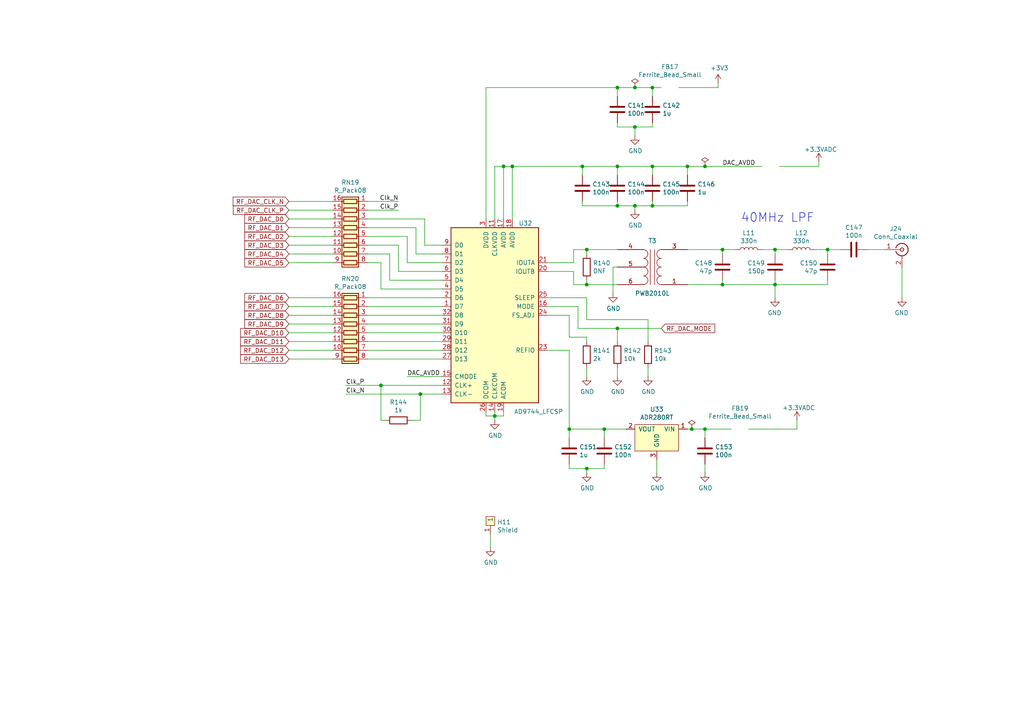
<source format=kicad_sch>
(kicad_sch (version 20210126) (generator eeschema)
  (paper "A4")
  (lib_symbols
    (symbol "Connector:Conn_Coaxial" (pin_names (offset 1.016) hide)
      (property "Reference" "J" (at 0.254 3.048 0))
      (property "Value" "Conn_Coaxial" (at 2.921 0 90))
      (symbol "Conn_Coaxial_0_1"
        (arc (start -1.778 0.508) (end 1.778 0) (radius (at -0.0508 0) (length 1.8034) (angles 163.6 0)) (stroke (width 0.254)))
        (arc (start 1.778 0) (end -1.778 -0.508) (radius (at -0.0254 0) (length 1.8034) (angles 0 -163.8)) (stroke (width 0.254)))
        (circle (center 0 0) (radius 0.508) (stroke (width 0.2032)))
        (polyline (pts (xy -2.54 0) (xy -0.508 0)))
        (polyline (pts (xy 0 -2.54) (xy 0 -1.778)))
      )
      (symbol "Conn_Coaxial_1_1"
        (pin passive line (at -5.08 0 0) (length 2.54) (name "In") (number "1"))
        (pin passive line (at 0 -5.08 90) (length 2.54) (name "Ext") (number "2"))
      )
    )
    (symbol "Device:C" (pin_numbers hide) (pin_names (offset 0.254))
      (property "Reference" "C" (at 0.635 2.54 0))
      (property "Value" "C" (at 0.635 -2.54 0))
      (symbol "C_0_1"
        (polyline (pts (xy -2.032 -0.762) (xy 2.032 -0.762)) (stroke (width 0.508)))
        (polyline (pts (xy -2.032 0.762) (xy 2.032 0.762)) (stroke (width 0.508)))
      )
      (symbol "C_1_1"
        (pin passive line (at 0 3.81 270) (length 2.794) (name "~") (number "1"))
        (pin passive line (at 0 -3.81 90) (length 2.794) (name "~") (number "2"))
      )
    )
    (symbol "Device:L" (pin_numbers hide) (pin_names (offset 1.016) hide)
      (property "Reference" "L" (at -1.27 0 90))
      (property "Value" "L" (at 1.905 0 90))
      (symbol "L_0_1"
        (arc (start 0 -2.54) (end 0 -1.27) (radius (at 0 -1.905) (length 0.635) (angles -89.9 89.9)))
        (arc (start 0 -1.27) (end 0 0) (radius (at 0 -0.635) (length 0.635) (angles -89.9 89.9)))
        (arc (start 0 0) (end 0 1.27) (radius (at 0 0.635) (length 0.635) (angles -89.9 89.9)))
        (arc (start 0 1.27) (end 0 2.54) (radius (at 0 1.905) (length 0.635) (angles -89.9 89.9)))
      )
      (symbol "L_1_1"
        (pin passive line (at 0 3.81 270) (length 1.27) (name "1") (number "1"))
        (pin passive line (at 0 -3.81 90) (length 1.27) (name "2") (number "2"))
      )
    )
    (symbol "Device:R" (pin_numbers hide) (pin_names (offset 0))
      (property "Reference" "R" (at 2.032 0 90))
      (property "Value" "R" (at 0 0 90))
      (symbol "R_0_1"
        (rectangle (start -1.016 -2.54) (end 1.016 2.54) (stroke (width 0.254)))
      )
      (symbol "R_1_1"
        (pin passive line (at 0 3.81 270) (length 1.27) (name "~") (number "1"))
        (pin passive line (at 0 -3.81 90) (length 1.27) (name "~") (number "2"))
      )
    )
    (symbol "Device:R_Pack08" (pin_names (offset 0) hide)
      (property "Reference" "RN" (at -12.7 0 90))
      (property "Value" "R_Pack08" (at 10.16 0 90))
      (symbol "R_Pack08_0_1"
        (rectangle (start -10.795 1.905) (end -9.525 -1.905) (stroke (width 0.254)))
        (rectangle (start -8.255 1.905) (end -6.985 -1.905) (stroke (width 0.254)))
        (rectangle (start -5.715 1.905) (end -4.445 -1.905) (stroke (width 0.254)))
        (rectangle (start -3.175 1.905) (end -1.905 -1.905) (stroke (width 0.254)))
        (rectangle (start -0.635 1.905) (end 0.635 -1.905) (stroke (width 0.254)))
        (rectangle (start 1.905 1.905) (end 3.175 -1.905) (stroke (width 0.254)))
        (rectangle (start 4.445 1.905) (end 5.715 -1.905) (stroke (width 0.254)))
        (rectangle (start 6.985 1.905) (end 8.255 -1.905) (stroke (width 0.254)))
        (rectangle (start -11.43 -2.413) (end 8.89 2.413) (stroke (width 0.254)) (fill (type background)))
        (polyline (pts (xy -10.16 -2.54) (xy -10.16 -1.905)))
        (polyline (pts (xy -10.16 1.905) (xy -10.16 2.54)))
        (polyline (pts (xy -7.62 -2.54) (xy -7.62 -1.905)))
        (polyline (pts (xy -7.62 1.905) (xy -7.62 2.54)))
        (polyline (pts (xy -5.08 -2.54) (xy -5.08 -1.905)))
        (polyline (pts (xy -5.08 1.905) (xy -5.08 2.54)))
        (polyline (pts (xy -2.54 -2.54) (xy -2.54 -1.905)))
        (polyline (pts (xy -2.54 1.905) (xy -2.54 2.54)))
        (polyline (pts (xy 0 -2.54) (xy 0 -1.905)))
        (polyline (pts (xy 0 1.905) (xy 0 2.54)))
        (polyline (pts (xy 2.54 -2.54) (xy 2.54 -1.905)))
        (polyline (pts (xy 2.54 1.905) (xy 2.54 2.54)))
        (polyline (pts (xy 5.08 -2.54) (xy 5.08 -1.905)))
        (polyline (pts (xy 5.08 1.905) (xy 5.08 2.54)))
        (polyline (pts (xy 7.62 -2.54) (xy 7.62 -1.905)))
        (polyline (pts (xy 7.62 1.905) (xy 7.62 2.54)))
      )
      (symbol "R_Pack08_1_1"
        (pin passive line (at -10.16 -5.08 90) (length 2.54) (name "R1.1") (number "1"))
        (pin passive line (at 5.08 5.08 270) (length 2.54) (name "R7.2") (number "10"))
        (pin passive line (at 2.54 5.08 270) (length 2.54) (name "R6.2") (number "11"))
        (pin passive line (at 0 5.08 270) (length 2.54) (name "R5.2") (number "12"))
        (pin passive line (at -2.54 5.08 270) (length 2.54) (name "R4.2") (number "13"))
        (pin passive line (at -5.08 5.08 270) (length 2.54) (name "R3.2") (number "14"))
        (pin passive line (at -7.62 5.08 270) (length 2.54) (name "R2.2") (number "15"))
        (pin passive line (at -10.16 5.08 270) (length 2.54) (name "R1.2") (number "16"))
        (pin passive line (at -7.62 -5.08 90) (length 2.54) (name "R2.1") (number "2"))
        (pin passive line (at -5.08 -5.08 90) (length 2.54) (name "R3.1") (number "3"))
        (pin passive line (at -2.54 -5.08 90) (length 2.54) (name "R4.1") (number "4"))
        (pin passive line (at 0 -5.08 90) (length 2.54) (name "R5.1") (number "5"))
        (pin passive line (at 2.54 -5.08 90) (length 2.54) (name "R6.1") (number "6"))
        (pin passive line (at 5.08 -5.08 90) (length 2.54) (name "R7.1") (number "7"))
        (pin passive line (at 7.62 -5.08 90) (length 2.54) (name "R8.1") (number "8"))
        (pin passive line (at 7.62 5.08 270) (length 2.54) (name "R8.2") (number "9"))
      )
    )
    (symbol "IC_WUT:AD9744_LFCSP" (pin_names (offset 1.016))
      (property "Reference" "U" (at 6.35 26.67 0))
      (property "Value" "AD9744_LFCSP" (at 7.62 -26.67 0))
      (symbol "AD9744_LFCSP_1_1"
        (rectangle (start 11.43 25.4) (end -13.97 -25.4) (stroke (width 0.254)) (fill (type background)))
        (pin input line (at -16.51 2.54 0) (length 2.54) (name "D7") (number "1"))
        (pin power_in line (at -3.81 -27.94 90) (length 2.54) hide (name "DCOM") (number "10"))
        (pin power_in line (at -1.27 27.94 270) (length 2.54) (name "CLKVDD") (number "11"))
        (pin input line (at -16.51 -20.32 0) (length 2.54) (name "CLK+") (number "12"))
        (pin input line (at -16.51 -22.86 0) (length 2.54) (name "CLK-") (number "13"))
        (pin power_in line (at -1.27 -27.94 90) (length 2.54) (name "CLKCOM") (number "14"))
        (pin input line (at -16.51 -17.78 0) (length 2.54) (name "CMODE") (number "15"))
        (pin input line (at 13.97 2.54 180) (length 2.54) (name "MODE") (number "16"))
        (pin power_in line (at 1.27 27.94 270) (length 2.54) (name "AVDD") (number "17"))
        (pin power_in line (at 3.81 27.94 270) (length 2.54) (name "AVDD") (number "18"))
        (pin power_in line (at 1.27 -27.94 90) (length 2.54) (name "ACOM") (number "19"))
        (pin input line (at -16.51 5.08 0) (length 2.54) (name "D6") (number "2"))
        (pin output line (at 13.97 12.7 180) (length 2.54) (name "IOUTB") (number "20"))
        (pin output line (at 13.97 15.24 180) (length 2.54) (name "IOUTA") (number "21"))
        (pin power_in line (at 1.27 -27.94 90) (length 2.54) hide (name "ACOM") (number "22"))
        (pin input line (at 13.97 -10.16 180) (length 2.54) (name "REFIO") (number "23"))
        (pin input line (at 13.97 0 180) (length 2.54) (name "FS_ADJ") (number "24"))
        (pin input line (at 13.97 5.08 180) (length 2.54) (name "SLEEP") (number "25"))
        (pin power_in line (at -3.81 -27.94 90) (length 2.54) (name "DCOM") (number "26"))
        (pin input line (at -16.51 -12.7 0) (length 2.54) (name "D13") (number "27"))
        (pin input line (at -16.51 -10.16 0) (length 2.54) (name "D12") (number "28"))
        (pin input line (at -16.51 -7.62 0) (length 2.54) (name "D11") (number "29"))
        (pin power_in line (at -3.81 27.94 270) (length 2.54) (name "DVDD") (number "3"))
        (pin input line (at -16.51 -5.08 0) (length 2.54) (name "D10") (number "30"))
        (pin input line (at -16.51 -2.54 0) (length 2.54) (name "D9") (number "31"))
        (pin input line (at -16.51 0 0) (length 2.54) (name "D8") (number "32"))
        (pin power_in line (at 1.27 -27.94 90) (length 2.54) hide (name "ACOM") (number "33"))
        (pin input line (at -16.51 7.62 0) (length 2.54) (name "D5") (number "4"))
        (pin input line (at -16.51 10.16 0) (length 2.54) (name "D4") (number "5"))
        (pin input line (at -16.51 12.7 0) (length 2.54) (name "D3") (number "6"))
        (pin input line (at -16.51 15.24 0) (length 2.54) (name "D2") (number "7"))
        (pin input line (at -16.51 17.78 0) (length 2.54) (name "D1") (number "8"))
        (pin input line (at -16.51 20.32 0) (length 2.54) (name "D0") (number "9"))
      )
    )
    (symbol "IC_WUT:ADR280RT" (pin_names (offset 1.016))
      (property "Reference" "U" (at 0 3.81 0))
      (property "Value" "ADR280RT" (at 7.62 -7.62 0))
      (symbol "ADR280RT_0_1"
        (rectangle (start -6.35 1.27) (end 6.35 -6.35) (fill (type background)))
      )
      (symbol "ADR280RT_1_1"
        (pin power_in line (at -8.89 0 0) (length 2.54) (name "VIN") (number "1"))
        (pin power_out line (at 8.89 0 180) (length 2.54) (name "VOUT") (number "2"))
        (pin power_in line (at 0 -8.89 90) (length 2.54) (name "GND") (number "3"))
      )
    )
    (symbol "Shield_WUT:Shield" (pin_names (offset 1.016))
      (property "Reference" "H" (at 0 -2.54 0))
      (property "Value" "Shield" (at 0 2.54 0))
      (symbol "Shield_0_1"
        (rectangle (start 0 -1.27) (end 2.54 1.27) (fill (type background)))
      )
      (symbol "Shield_1_1"
        (pin passive line (at -2.54 0 0) (length 2.54) (name "1") (number "1"))
      )
    )
    (symbol "Transformer_WUT:Coilcraft_PWB_Type-B" (pin_names (offset 1.016))
      (property "Reference" "T" (at 0 7.62 0))
      (property "Value" "Coilcraft_PWB_Type-B" (at 0 -7.62 0))
      (symbol "Coilcraft_PWB_Type-B_1_1"
        (arc (start -2.54 -2.54) (end -1.27 -3.81) (radius (at -2.54 -3.81) (length 1.27) (angles 89.9 0.1)))
        (arc (start -1.27 -3.81) (end -2.54 -5.0546) (radius (at -2.54 -3.81) (length 1.27) (angles -0.1 -89.9)))
        (arc (start -2.54 0) (end -1.27 -1.27) (radius (at -2.54 -1.27) (length 1.27) (angles 89.9 0.1)))
        (arc (start -1.27 -1.27) (end -2.54 -2.5146) (radius (at -2.54 -1.27) (length 1.27) (angles -0.1 -89.9)))
        (arc (start -2.54 2.54) (end -1.27 1.27) (radius (at -2.54 1.27) (length 1.27) (angles 89.9 0.1)))
        (arc (start -1.27 1.27) (end -2.54 0.0254) (radius (at -2.54 1.27) (length 1.27) (angles -0.1 -89.9)))
        (arc (start -2.54 5.08) (end -1.27 3.81) (radius (at -2.54 3.81) (length 1.27) (angles 89.9 0.1)))
        (arc (start -1.27 3.81) (end -2.54 2.5654) (radius (at -2.54 3.81) (length 1.27) (angles -0.1 -89.9)))
        (arc (start 2.54 0) (end 1.2954 -1.27) (radius (at 2.54 -1.27) (length 1.27) (angles 89.9 -179.9)))
        (arc (start 1.2954 -1.27) (end 2.54 -2.5146) (radius (at 2.54 -1.27) (length 1.27) (angles 179.9 -89.9)))
        (arc (start 2.54 2.54) (end 1.2954 1.27) (radius (at 2.54 1.27) (length 1.27) (angles 89.9 -179.9)))
        (arc (start 1.2954 1.27) (end 2.54 0.0254) (radius (at 2.54 1.27) (length 1.27) (angles 179.9 -89.9)))
        (arc (start 2.54 5.08) (end 1.2954 3.81) (radius (at 2.54 3.81) (length 1.27) (angles 89.9 -179.9)))
        (arc (start 1.2954 3.81) (end 2.54 2.5654) (radius (at 2.54 3.81) (length 1.27) (angles 179.9 -89.9)))
        (arc (start 2.5654 -2.54) (end 1.3208 -3.81) (radius (at 2.5654 -3.81) (length 1.27) (angles 91 -179.9)))
        (arc (start 2.5654 -5.0546) (end 1.3208 -3.81) (radius (at 2.5654 -3.81) (length 1.27) (angles -91.2 -179.9)))
        (polyline (pts (xy -0.635 5.08) (xy -0.635 -5.08)))
        (polyline (pts (xy 0.635 -5.08) (xy 0.635 5.08)))
        (pin passive line (at -10.16 5.08 0) (length 7.62) (name "~") (number "1"))
        (pin passive line (at -10.16 -5.08 0) (length 7.62) (name "~") (number "3"))
        (pin passive line (at 10.16 -5.08 180) (length 7.62) (name "~") (number "4"))
        (pin passive line (at 10.16 0 180) (length 7.62) (name "~") (number "5"))
        (pin passive line (at 10.16 5.08 180) (length 7.62) (name "~") (number "6"))
      )
    )
    (symbol "power:+3.3V" (power) (pin_names (offset 0))
      (property "Value" "+3.3V" (at 0 3.556 0))
      (symbol "+3.3V_0_1"
        (polyline (pts (xy -0.762 1.27) (xy 0 2.54)))
        (polyline (pts (xy 0 0) (xy 0 2.54)))
        (polyline (pts (xy 0 2.54) (xy 0.762 1.27)))
      )
      (symbol "+3.3V_1_1"
        (pin power_in line (at 0 0 90) (length 0) hide (name "+3V3") (number "1"))
      )
    )
    (symbol "power:+3.3VADC" (power) (pin_names (offset 0))
      (property "Value" "+3.3VADC" (at 0 2.54 0))
      (symbol "+3.3VADC_0_0"
        (pin power_in line (at 0 0 90) (length 0) hide (name "+3.3VADC") (number "1"))
      )
      (symbol "+3.3VADC_0_1"
        (polyline (pts (xy -0.762 1.27) (xy 0 2.54)))
        (polyline (pts (xy 0 0) (xy 0 2.54)))
        (polyline (pts (xy 0 2.54) (xy 0.762 1.27)))
      )
    )
    (symbol "power:GND" (power) (pin_names (offset 0))
      (property "Value" "GND" (at 0 -3.81 0))
      (symbol "GND_0_1"
        (polyline (pts (xy 0 0) (xy 0 -1.27) (xy 1.27 -1.27) (xy 0 -2.54) (xy -1.27 -1.27) (xy 0 -1.27)))
      )
      (symbol "GND_1_1"
        (pin power_in line (at 0 0 270) (length 0) hide (name "GND") (number "1"))
      )
    )
    (symbol "power:PWR_FLAG" (power) (pin_numbers hide) (pin_names (offset 0) hide)
      (property "Value" "PWR_FLAG" (at 0 3.81 0))
      (symbol "PWR_FLAG_0_0"
        (pin power_out line (at 0 0 90) (length 0) (name "pwr") (number "1"))
      )
      (symbol "PWR_FLAG_0_1"
        (polyline (pts (xy 0 0) (xy 0 1.27) (xy -1.016 1.905) (xy 0 2.54) (xy 1.016 1.905) (xy 0 1.27)))
      )
    )
  )
  (junction (at 110.49 111.76) (diameter 0.9144))
  (junction (at 121.92 114.3) (diameter 0.9144))
  (junction (at 143.51 120.65) (diameter 0.9144))
  (junction (at 146.05 48.26) (diameter 0.9144))
  (junction (at 148.59 48.26) (diameter 0.9144))
  (junction (at 165.1 124.46) (diameter 0.9144))
  (junction (at 168.91 48.26) (diameter 0.9144))
  (junction (at 170.18 72.39) (diameter 0.9144))
  (junction (at 170.18 82.55) (diameter 0.9144))
  (junction (at 170.18 135.89) (diameter 0.9144))
  (junction (at 175.26 124.46) (diameter 0.9144))
  (junction (at 179.07 25.4) (diameter 0.9144))
  (junction (at 179.07 48.26) (diameter 0.9144))
  (junction (at 179.07 59.69) (diameter 0.9144))
  (junction (at 179.07 95.25) (diameter 0.9144))
  (junction (at 184.15 25.4) (diameter 0.9144))
  (junction (at 184.15 36.83) (diameter 0.9144))
  (junction (at 184.15 59.69) (diameter 0.9144))
  (junction (at 189.23 25.4) (diameter 0.9144))
  (junction (at 189.23 48.26) (diameter 0.9144))
  (junction (at 189.23 59.69) (diameter 0.9144))
  (junction (at 199.39 48.26) (diameter 0.9144))
  (junction (at 200.66 124.46) (diameter 0.9144))
  (junction (at 204.47 48.26) (diameter 0.9144))
  (junction (at 204.47 124.46) (diameter 0.9144))
  (junction (at 209.55 72.39) (diameter 0.9144))
  (junction (at 209.55 82.55) (diameter 0.9144))
  (junction (at 224.79 72.39) (diameter 0.9144))
  (junction (at 224.79 82.55) (diameter 0.9144))
  (junction (at 240.03 72.39) (diameter 0.9144))
  (wire (pts (xy 96.52 58.42) (xy 83.82 58.42)))
  (wire (pts (xy 96.52 60.96) (xy 83.82 60.96)))
  (wire (pts (xy 96.52 63.5) (xy 83.82 63.5)))
  (wire (pts (xy 96.52 66.04) (xy 83.82 66.04)))
  (wire (pts (xy 96.52 68.58) (xy 83.82 68.58)))
  (wire (pts (xy 96.52 71.12) (xy 83.82 71.12)))
  (wire (pts (xy 96.52 73.66) (xy 83.82 73.66)))
  (wire (pts (xy 96.52 76.2) (xy 83.82 76.2)))
  (wire (pts (xy 96.52 86.36) (xy 83.82 86.36)))
  (wire (pts (xy 96.52 88.9) (xy 83.82 88.9)))
  (wire (pts (xy 96.52 91.44) (xy 83.82 91.44)))
  (wire (pts (xy 96.52 93.98) (xy 83.82 93.98)))
  (wire (pts (xy 96.52 96.52) (xy 83.82 96.52)))
  (wire (pts (xy 96.52 99.06) (xy 83.82 99.06)))
  (wire (pts (xy 96.52 101.6) (xy 83.82 101.6)))
  (wire (pts (xy 96.52 104.14) (xy 83.82 104.14)))
  (wire (pts (xy 106.68 58.42) (xy 115.57 58.42)))
  (wire (pts (xy 106.68 60.96) (xy 115.57 60.96)))
  (wire (pts (xy 106.68 88.9) (xy 128.27 88.9)))
  (wire (pts (xy 106.68 91.44) (xy 128.27 91.44)))
  (wire (pts (xy 106.68 93.98) (xy 128.27 93.98)))
  (wire (pts (xy 106.68 96.52) (xy 128.27 96.52)))
  (wire (pts (xy 106.68 99.06) (xy 128.27 99.06)))
  (wire (pts (xy 106.68 101.6) (xy 128.27 101.6)))
  (wire (pts (xy 106.68 104.14) (xy 128.27 104.14)))
  (wire (pts (xy 110.49 76.2) (xy 106.68 76.2)))
  (wire (pts (xy 110.49 83.82) (xy 110.49 76.2)))
  (wire (pts (xy 110.49 111.76) (xy 100.33 111.76)))
  (wire (pts (xy 110.49 121.92) (xy 110.49 111.76)))
  (wire (pts (xy 111.76 121.92) (xy 110.49 121.92)))
  (wire (pts (xy 113.03 73.66) (xy 106.68 73.66)))
  (wire (pts (xy 113.03 81.28) (xy 113.03 73.66)))
  (wire (pts (xy 115.57 71.12) (xy 106.68 71.12)))
  (wire (pts (xy 115.57 78.74) (xy 115.57 71.12)))
  (wire (pts (xy 118.11 68.58) (xy 106.68 68.58)))
  (wire (pts (xy 118.11 76.2) (xy 118.11 68.58)))
  (wire (pts (xy 119.38 121.92) (xy 121.92 121.92)))
  (wire (pts (xy 120.65 66.04) (xy 106.68 66.04)))
  (wire (pts (xy 120.65 73.66) (xy 120.65 66.04)))
  (wire (pts (xy 121.92 114.3) (xy 100.33 114.3)))
  (wire (pts (xy 121.92 121.92) (xy 121.92 114.3)))
  (wire (pts (xy 123.19 63.5) (xy 106.68 63.5)))
  (wire (pts (xy 123.19 71.12) (xy 123.19 63.5)))
  (wire (pts (xy 128.27 71.12) (xy 123.19 71.12)))
  (wire (pts (xy 128.27 73.66) (xy 120.65 73.66)))
  (wire (pts (xy 128.27 76.2) (xy 118.11 76.2)))
  (wire (pts (xy 128.27 78.74) (xy 115.57 78.74)))
  (wire (pts (xy 128.27 81.28) (xy 113.03 81.28)))
  (wire (pts (xy 128.27 83.82) (xy 110.49 83.82)))
  (wire (pts (xy 128.27 86.36) (xy 106.68 86.36)))
  (wire (pts (xy 128.27 109.22) (xy 118.11 109.22)))
  (wire (pts (xy 128.27 111.76) (xy 110.49 111.76)))
  (wire (pts (xy 128.27 114.3) (xy 121.92 114.3)))
  (wire (pts (xy 140.97 25.4) (xy 140.97 63.5)))
  (wire (pts (xy 140.97 25.4) (xy 179.07 25.4)))
  (wire (pts (xy 140.97 119.38) (xy 140.97 120.65)))
  (wire (pts (xy 140.97 120.65) (xy 143.51 120.65)))
  (wire (pts (xy 142.24 158.75) (xy 142.24 154.94)))
  (wire (pts (xy 143.51 48.26) (xy 143.51 63.5)))
  (wire (pts (xy 143.51 119.38) (xy 143.51 120.65)))
  (wire (pts (xy 143.51 120.65) (xy 146.05 120.65)))
  (wire (pts (xy 143.51 121.92) (xy 143.51 120.65)))
  (wire (pts (xy 146.05 48.26) (xy 143.51 48.26)))
  (wire (pts (xy 146.05 63.5) (xy 146.05 48.26)))
  (wire (pts (xy 146.05 120.65) (xy 146.05 119.38)))
  (wire (pts (xy 148.59 48.26) (xy 146.05 48.26)))
  (wire (pts (xy 148.59 63.5) (xy 148.59 48.26)))
  (wire (pts (xy 158.75 86.36) (xy 170.18 86.36)))
  (wire (pts (xy 158.75 88.9) (xy 167.64 88.9)))
  (wire (pts (xy 158.75 101.6) (xy 165.1 101.6)))
  (wire (pts (xy 165.1 91.44) (xy 158.75 91.44)))
  (wire (pts (xy 165.1 97.79) (xy 165.1 91.44)))
  (wire (pts (xy 165.1 101.6) (xy 165.1 124.46)))
  (wire (pts (xy 165.1 124.46) (xy 175.26 124.46)))
  (wire (pts (xy 165.1 127) (xy 165.1 124.46)))
  (wire (pts (xy 165.1 134.62) (xy 165.1 135.89)))
  (wire (pts (xy 165.1 135.89) (xy 170.18 135.89)))
  (wire (pts (xy 166.37 72.39) (xy 166.37 76.2)))
  (wire (pts (xy 166.37 76.2) (xy 158.75 76.2)))
  (wire (pts (xy 166.37 78.74) (xy 158.75 78.74)))
  (wire (pts (xy 166.37 82.55) (xy 166.37 78.74)))
  (wire (pts (xy 167.64 88.9) (xy 167.64 95.25)))
  (wire (pts (xy 167.64 95.25) (xy 179.07 95.25)))
  (wire (pts (xy 168.91 48.26) (xy 148.59 48.26)))
  (wire (pts (xy 168.91 48.26) (xy 168.91 50.8)))
  (wire (pts (xy 168.91 58.42) (xy 168.91 59.69)))
  (wire (pts (xy 168.91 59.69) (xy 179.07 59.69)))
  (wire (pts (xy 170.18 72.39) (xy 166.37 72.39)))
  (wire (pts (xy 170.18 73.66) (xy 170.18 72.39)))
  (wire (pts (xy 170.18 81.28) (xy 170.18 82.55)))
  (wire (pts (xy 170.18 82.55) (xy 166.37 82.55)))
  (wire (pts (xy 170.18 86.36) (xy 170.18 92.71)))
  (wire (pts (xy 170.18 92.71) (xy 187.96 92.71)))
  (wire (pts (xy 170.18 97.79) (xy 165.1 97.79)))
  (wire (pts (xy 170.18 99.06) (xy 170.18 97.79)))
  (wire (pts (xy 170.18 109.22) (xy 170.18 106.68)))
  (wire (pts (xy 170.18 135.89) (xy 175.26 135.89)))
  (wire (pts (xy 170.18 137.16) (xy 170.18 135.89)))
  (wire (pts (xy 175.26 124.46) (xy 181.61 124.46)))
  (wire (pts (xy 175.26 127) (xy 175.26 124.46)))
  (wire (pts (xy 175.26 135.89) (xy 175.26 134.62)))
  (wire (pts (xy 177.8 77.47) (xy 177.8 85.09)))
  (wire (pts (xy 179.07 25.4) (xy 184.15 25.4)))
  (wire (pts (xy 179.07 27.94) (xy 179.07 25.4)))
  (wire (pts (xy 179.07 35.56) (xy 179.07 36.83)))
  (wire (pts (xy 179.07 36.83) (xy 184.15 36.83)))
  (wire (pts (xy 179.07 48.26) (xy 168.91 48.26)))
  (wire (pts (xy 179.07 50.8) (xy 179.07 48.26)))
  (wire (pts (xy 179.07 58.42) (xy 179.07 59.69)))
  (wire (pts (xy 179.07 59.69) (xy 184.15 59.69)))
  (wire (pts (xy 179.07 72.39) (xy 170.18 72.39)))
  (wire (pts (xy 179.07 77.47) (xy 177.8 77.47)))
  (wire (pts (xy 179.07 82.55) (xy 170.18 82.55)))
  (wire (pts (xy 179.07 95.25) (xy 179.07 99.06)))
  (wire (pts (xy 179.07 95.25) (xy 191.77 95.25)))
  (wire (pts (xy 179.07 109.22) (xy 179.07 106.68)))
  (wire (pts (xy 184.15 25.4) (xy 189.23 25.4)))
  (wire (pts (xy 184.15 36.83) (xy 189.23 36.83)))
  (wire (pts (xy 184.15 39.37) (xy 184.15 36.83)))
  (wire (pts (xy 184.15 59.69) (xy 189.23 59.69)))
  (wire (pts (xy 184.15 60.96) (xy 184.15 59.69)))
  (wire (pts (xy 187.96 99.06) (xy 187.96 92.71)))
  (wire (pts (xy 187.96 109.22) (xy 187.96 106.68)))
  (wire (pts (xy 189.23 25.4) (xy 189.23 27.94)))
  (wire (pts (xy 189.23 25.4) (xy 191.77 25.4)))
  (wire (pts (xy 189.23 36.83) (xy 189.23 35.56)))
  (wire (pts (xy 189.23 48.26) (xy 179.07 48.26)))
  (wire (pts (xy 189.23 48.26) (xy 199.39 48.26)))
  (wire (pts (xy 189.23 50.8) (xy 189.23 48.26)))
  (wire (pts (xy 189.23 58.42) (xy 189.23 59.69)))
  (wire (pts (xy 190.5 137.16) (xy 190.5 133.35)))
  (wire (pts (xy 196.85 25.4) (xy 208.28 25.4)))
  (wire (pts (xy 199.39 50.8) (xy 199.39 48.26)))
  (wire (pts (xy 199.39 58.42) (xy 199.39 59.69)))
  (wire (pts (xy 199.39 59.69) (xy 189.23 59.69)))
  (wire (pts (xy 199.39 72.39) (xy 209.55 72.39)))
  (wire (pts (xy 199.39 82.55) (xy 209.55 82.55)))
  (wire (pts (xy 199.39 124.46) (xy 200.66 124.46)))
  (wire (pts (xy 200.66 124.46) (xy 204.47 124.46)))
  (wire (pts (xy 204.47 48.26) (xy 199.39 48.26)))
  (wire (pts (xy 204.47 48.26) (xy 220.98 48.26)))
  (wire (pts (xy 204.47 124.46) (xy 204.47 127)))
  (wire (pts (xy 204.47 124.46) (xy 212.09 124.46)))
  (wire (pts (xy 204.47 137.16) (xy 204.47 134.62)))
  (wire (pts (xy 208.28 25.4) (xy 208.28 24.13)))
  (wire (pts (xy 209.55 72.39) (xy 213.36 72.39)))
  (wire (pts (xy 209.55 73.66) (xy 209.55 72.39)))
  (wire (pts (xy 209.55 82.55) (xy 209.55 81.28)))
  (wire (pts (xy 217.17 124.46) (xy 231.14 124.46)))
  (wire (pts (xy 224.79 72.39) (xy 220.98 72.39)))
  (wire (pts (xy 224.79 73.66) (xy 224.79 72.39)))
  (wire (pts (xy 224.79 81.28) (xy 224.79 82.55)))
  (wire (pts (xy 224.79 82.55) (xy 209.55 82.55)))
  (wire (pts (xy 224.79 82.55) (xy 224.79 86.36)))
  (wire (pts (xy 224.79 82.55) (xy 240.03 82.55)))
  (wire (pts (xy 226.06 48.26) (xy 237.49 48.26)))
  (wire (pts (xy 228.6 72.39) (xy 224.79 72.39)))
  (wire (pts (xy 231.14 124.46) (xy 231.14 121.92)))
  (wire (pts (xy 237.49 48.26) (xy 237.49 46.99)))
  (wire (pts (xy 240.03 72.39) (xy 236.22 72.39)))
  (wire (pts (xy 240.03 73.66) (xy 240.03 72.39)))
  (wire (pts (xy 240.03 82.55) (xy 240.03 81.28)))
  (wire (pts (xy 243.84 72.39) (xy 240.03 72.39)))
  (wire (pts (xy 256.54 72.39) (xy 251.46 72.39)))
  (wire (pts (xy 261.62 77.47) (xy 261.62 86.36)))
  (text "40MHz LPF" (at 236.22 64.77 180) (effects (font (size 2.54 2.54)) (justify right bottom)))
  (label "Clk_P" (at 100.33 111.76 0))
  (label "Clk_N" (at 100.33 114.3 0))
  (label "Clk_N" (at 115.57 58.42 180))
  (label "Clk_P" (at 115.57 60.96 180))
  (label "DAC_AVDD" (at 118.11 109.22 0))
  (label "DAC_AVDD" (at 209.55 48.26 0))
  (global_label "RF_DAC_CLK_N" (shape input) (at 83.82 58.42 180) (property "Intersheet References" "${INTERSHEET_REFS}" (effects hide)))
  (global_label "RF_DAC_CLK_P" (shape input) (at 83.82 60.96 180) (property "Intersheet References" "${INTERSHEET_REFS}" (effects hide)))
  (global_label "RF_DAC_D0" (shape input) (at 83.82 63.5 180) (property "Intersheet References" "${INTERSHEET_REFS}" (effects hide)))
  (global_label "RF_DAC_D1" (shape input) (at 83.82 66.04 180) (property "Intersheet References" "${INTERSHEET_REFS}" (effects hide)))
  (global_label "RF_DAC_D2" (shape input) (at 83.82 68.58 180) (property "Intersheet References" "${INTERSHEET_REFS}" (effects hide)))
  (global_label "RF_DAC_D3" (shape input) (at 83.82 71.12 180) (property "Intersheet References" "${INTERSHEET_REFS}" (effects hide)))
  (global_label "RF_DAC_D4" (shape input) (at 83.82 73.66 180) (property "Intersheet References" "${INTERSHEET_REFS}" (effects hide)))
  (global_label "RF_DAC_D5" (shape input) (at 83.82 76.2 180) (property "Intersheet References" "${INTERSHEET_REFS}" (effects hide)))
  (global_label "RF_DAC_D6" (shape input) (at 83.82 86.36 180) (property "Intersheet References" "${INTERSHEET_REFS}" (effects hide)))
  (global_label "RF_DAC_D7" (shape input) (at 83.82 88.9 180) (property "Intersheet References" "${INTERSHEET_REFS}" (effects hide)))
  (global_label "RF_DAC_D8" (shape input) (at 83.82 91.44 180) (property "Intersheet References" "${INTERSHEET_REFS}" (effects hide)))
  (global_label "RF_DAC_D9" (shape input) (at 83.82 93.98 180) (property "Intersheet References" "${INTERSHEET_REFS}" (effects hide)))
  (global_label "RF_DAC_D10" (shape input) (at 83.82 96.52 180) (property "Intersheet References" "${INTERSHEET_REFS}" (effects hide)))
  (global_label "RF_DAC_D11" (shape input) (at 83.82 99.06 180) (property "Intersheet References" "${INTERSHEET_REFS}" (effects hide)))
  (global_label "RF_DAC_D12" (shape input) (at 83.82 101.6 180) (property "Intersheet References" "${INTERSHEET_REFS}" (effects hide)))
  (global_label "RF_DAC_D13" (shape input) (at 83.82 104.14 180) (property "Intersheet References" "${INTERSHEET_REFS}" (effects hide)))
  (global_label "RF_DAC_MODE" (shape input) (at 191.77 95.25 0) (property "Intersheet References" "${INTERSHEET_REFS}" (effects hide)))
  (symbol (lib_id "power:+3.3V") (at 208.28 24.13 0)
    (property "Reference" "#PWR0262" (effects hide))
    (property "Value" "+3.3V" (at 208.661 19.7358 0))
  )
  (symbol (lib_id "power:+3.3VADC") (at 231.14 121.92 0) (unit 1)
    (property "Reference" "#PWR0273" (effects hide))
    (property "Value" "+3.3VADC" (at 231.648 118.2878 0))
  )
  (symbol (lib_id "power:+3.3VADC") (at 237.49 46.99 0)
    (property "Reference" "#PWR0264" (effects hide))
    (property "Value" "+3.3VADC" (at 237.998 43.3578 0))
  )
  (symbol (lib_id "power:PWR_FLAG") (at 184.15 25.4 0)
    (property "Reference" "#FLG034" (effects hide))
    (property "Value" "PWR_FLAG" (effects hide))
  )
  (symbol (lib_id "power:PWR_FLAG") (at 200.66 124.46 0) (unit 1)
    (property "Reference" "#FLG036" (effects hide))
    (property "Value" "PWR_FLAG" (effects hide))
  )
  (symbol (lib_id "power:PWR_FLAG") (at 204.47 48.26 0)
    (property "Reference" "#FLG035" (effects hide))
    (property "Value" "PWR_FLAG" (effects hide))
  )
  (symbol (lib_id "power:GND") (at 142.24 158.75 0) (unit 1)
    (property "Reference" "#PWR0277" (effects hide))
    (property "Value" "GND" (at 142.367 163.1442 0))
  )
  (symbol (lib_id "power:GND") (at 143.51 121.92 0) (unit 1)
    (property "Reference" "#PWR0272" (effects hide))
    (property "Value" "GND" (at 143.637 126.3142 0))
  )
  (symbol (lib_id "power:GND") (at 170.18 109.22 0) (unit 1)
    (property "Reference" "#PWR0269" (effects hide))
    (property "Value" "GND" (at 170.307 113.6142 0))
  )
  (symbol (lib_id "power:GND") (at 170.18 137.16 0) (unit 1)
    (property "Reference" "#PWR0274" (effects hide))
    (property "Value" "GND" (at 170.307 141.5542 0))
  )
  (symbol (lib_id "power:GND") (at 177.8 85.09 0) (unit 1)
    (property "Reference" "#PWR0266" (effects hide))
    (property "Value" "GND" (at 177.927 89.4842 0))
  )
  (symbol (lib_id "power:GND") (at 179.07 109.22 0) (unit 1)
    (property "Reference" "#PWR0270" (effects hide))
    (property "Value" "GND" (at 179.197 113.6142 0))
  )
  (symbol (lib_id "power:GND") (at 184.15 39.37 0)
    (property "Reference" "#PWR0263" (effects hide))
    (property "Value" "GND" (at 184.277 43.7642 0))
  )
  (symbol (lib_id "power:GND") (at 184.15 60.96 0)
    (property "Reference" "#PWR0265" (effects hide))
    (property "Value" "GND" (at 184.277 65.3542 0))
  )
  (symbol (lib_id "power:GND") (at 187.96 109.22 0) (unit 1)
    (property "Reference" "#PWR0271" (effects hide))
    (property "Value" "GND" (at 188.087 113.6142 0))
  )
  (symbol (lib_id "power:GND") (at 190.5 137.16 0) (unit 1)
    (property "Reference" "#PWR0275" (effects hide))
    (property "Value" "GND" (at 190.627 141.5542 0))
  )
  (symbol (lib_id "power:GND") (at 204.47 137.16 0) (unit 1)
    (property "Reference" "#PWR0276" (effects hide))
    (property "Value" "GND" (at 204.597 141.5542 0))
  )
  (symbol (lib_id "power:GND") (at 224.79 86.36 0) (mirror y)
    (property "Reference" "#PWR0267" (effects hide))
    (property "Value" "GND" (at 224.663 90.7542 0))
  )
  (symbol (lib_id "power:GND") (at 261.62 86.36 0) (mirror y)
    (property "Reference" "#PWR0268" (effects hide))
    (property "Value" "GND" (at 261.493 90.7542 0))
  )
  (symbol (lib_id "Device:L") (at 217.17 72.39 270) (mirror x)
    (property "Reference" "L11" (at 217.17 67.564 90))
    (property "Value" "330n" (at 217.17 69.8754 90))
    (property "Footprint" "Inductor_SMD:L_0805_2012Metric" (effects hide))
  )
  (symbol (lib_id "Device:L") (at 232.41 72.39 270) (mirror x)
    (property "Reference" "L12" (at 232.41 67.564 90))
    (property "Value" "330n" (at 232.41 69.8754 90))
    (property "Footprint" "Inductor_SMD:L_0805_2012Metric" (effects hide))
  )
  (symbol (lib_id "Shield_WUT:Shield") (at 142.24 152.4 90) (unit 1)
    (property "Reference" "H11" (at 144.2212 151.4348 90) (effects (justify right)))
    (property "Value" "Shield" (at 144.2212 153.7462 90) (effects (justify right)))
    (property "Footprint" "Shield_WUT:Shield_Masach_MS511-10_51.1x25.7x6.5mm_TH" (effects hide))
  )
  (symbol (lib_id "Device:R") (at 115.57 121.92 270) (unit 1)
    (property "Reference" "R144" (at 115.57 116.6622 90))
    (property "Value" "1k" (at 115.57 118.9736 90))
    (property "Footprint" "Resistor_SMD:R_0402_1005Metric" (effects hide))
  )
  (symbol (lib_id "Device:R") (at 170.18 77.47 0) (unit 1)
    (property "Reference" "R140" (at 171.958 76.3016 0) (effects (justify left)))
    (property "Value" "DNF" (at 171.958 78.613 0) (effects (justify left)))
    (property "Footprint" "Resistor_SMD:R_0603_1608Metric" (effects hide))
  )
  (symbol (lib_id "Device:R") (at 170.18 102.87 0) (unit 1)
    (property "Reference" "R141" (at 171.958 101.7016 0) (effects (justify left)))
    (property "Value" "2k" (at 171.958 104.013 0) (effects (justify left)))
    (property "Footprint" "Resistor_SMD:R_0603_1608Metric" (effects hide))
  )
  (symbol (lib_id "Device:R") (at 179.07 102.87 0) (unit 1)
    (property "Reference" "R142" (at 180.848 101.7016 0) (effects (justify left)))
    (property "Value" "10k" (at 180.848 104.013 0) (effects (justify left)))
    (property "Footprint" "Resistor_SMD:R_0603_1608Metric" (effects hide))
  )
  (symbol (lib_id "Device:R") (at 187.96 102.87 0) (unit 1)
    (property "Reference" "R143" (at 189.738 101.7016 0) (effects (justify left)))
    (property "Value" "10k" (at 189.738 104.013 0) (effects (justify left)))
    (property "Footprint" "Resistor_SMD:R_0603_1608Metric" (effects hide))
  )
  (symbol (lib_id "Device:C") (at 165.1 130.81 0) (unit 1)
    (property "Reference" "C151" (at 168.021 129.6416 0) (effects (justify left)))
    (property "Value" "1u" (at 168.021 131.953 0) (effects (justify left)))
    (property "Footprint" "Capacitor_SMD:C_0603_1608Metric" (effects hide))
  )
  (symbol (lib_id "Device:C") (at 168.91 54.61 0)
    (property "Reference" "C143" (at 171.831 53.4416 0) (effects (justify left)))
    (property "Value" "100n" (at 171.831 55.753 0) (effects (justify left)))
    (property "Footprint" "Capacitor_SMD:C_0402_1005Metric" (effects hide))
  )
  (symbol (lib_id "Device:C") (at 175.26 130.81 0) (unit 1)
    (property "Reference" "C152" (at 178.181 129.6416 0) (effects (justify left)))
    (property "Value" "100n" (at 178.181 131.953 0) (effects (justify left)))
    (property "Footprint" "Capacitor_SMD:C_0603_1608Metric" (effects hide))
  )
  (symbol (lib_id "Device:C") (at 179.07 31.75 0)
    (property "Reference" "C141" (at 181.991 30.5816 0) (effects (justify left)))
    (property "Value" "100n" (at 181.991 32.893 0) (effects (justify left)))
    (property "Footprint" "Capacitor_SMD:C_0402_1005Metric" (effects hide))
  )
  (symbol (lib_id "Device:C") (at 179.07 54.61 0)
    (property "Reference" "C144" (at 181.991 53.4416 0) (effects (justify left)))
    (property "Value" "100n" (at 181.991 55.753 0) (effects (justify left)))
    (property "Footprint" "Capacitor_SMD:C_0402_1005Metric" (effects hide))
  )
  (symbol (lib_id "Device:C") (at 189.23 31.75 0)
    (property "Reference" "C142" (at 192.151 30.5816 0) (effects (justify left)))
    (property "Value" "1u" (at 192.151 32.893 0) (effects (justify left)))
    (property "Footprint" "Capacitor_SMD:C_0603_1608Metric" (effects hide))
  )
  (symbol (lib_id "Device:C") (at 189.23 54.61 0)
    (property "Reference" "C145" (at 192.151 53.4416 0) (effects (justify left)))
    (property "Value" "100n" (at 192.151 55.753 0) (effects (justify left)))
    (property "Footprint" "Capacitor_SMD:C_0402_1005Metric" (effects hide))
  )
  (symbol (lib_id "Device:C") (at 199.39 54.61 0)
    (property "Reference" "C146" (at 202.311 53.4416 0) (effects (justify left)))
    (property "Value" "1u" (at 202.311 55.753 0) (effects (justify left)))
    (property "Footprint" "Capacitor_SMD:C_0603_1608Metric" (effects hide))
  )
  (symbol (lib_id "Device:C") (at 204.47 130.81 0) (unit 1)
    (property "Reference" "C153" (at 207.391 129.6416 0) (effects (justify left)))
    (property "Value" "100n" (at 207.391 131.953 0) (effects (justify left)))
    (property "Footprint" "Capacitor_SMD:C_0603_1608Metric" (effects hide))
  )
  (symbol (lib_id "Device:C") (at 209.55 77.47 0) (mirror y)
    (property "Reference" "C148" (at 206.629 76.3016 0) (effects (justify left)))
    (property "Value" "47p" (at 206.629 78.613 0) (effects (justify left)))
    (property "Footprint" "Capacitor_SMD:C_0402_1005Metric" (effects hide))
  )
  (symbol (lib_id "Device:C") (at 224.79 77.47 0) (mirror y)
    (property "Reference" "C149" (at 221.869 76.3016 0) (effects (justify left)))
    (property "Value" "150p" (at 221.869 78.613 0) (effects (justify left)))
    (property "Footprint" "Capacitor_SMD:C_0402_1005Metric" (effects hide))
  )
  (symbol (lib_id "Device:C") (at 240.03 77.47 0) (mirror y)
    (property "Reference" "C150" (at 237.109 76.3016 0) (effects (justify left)))
    (property "Value" "47p" (at 237.109 78.613 0) (effects (justify left)))
    (property "Footprint" "Capacitor_SMD:C_0402_1005Metric" (effects hide))
  )
  (symbol (lib_id "Device:C") (at 247.65 72.39 90) (mirror x)
    (property "Reference" "C147" (at 247.65 65.9892 90))
    (property "Value" "100n" (at 247.65 68.3006 90))
    (property "Footprint" "Capacitor_SMD:C_0402_1005Metric" (effects hide))
  )
  (symbol (lib_id "Connector:Conn_Coaxial") (at 261.62 72.39 0)
    (property "Reference" "J24" (at 259.7912 66.3448 0))
    (property "Value" "Conn_Coaxial" (at 259.7912 68.6562 0))
    (property "Footprint" "Connector_WUT:SMA_Linx_CONSMA002-L-G_Horizontal" (effects hide))
    (property "Datasheet" " ~" (effects hide))
  )
  (symbol (lib_id "Device:Ferrite_Bead_Small") (at 194.31 25.4 270)
    (property "Reference" "FB17" (at 194.31 19.3802 90))
    (property "Value" "Ferrite_Bead_Small" (at 194.31 21.6916 90))
    (property "Footprint" "Resistor_SMD:R_0603_1608Metric" (effects hide))
  )
  (symbol (lib_id "Device:Ferrite_Bead_Small") (at 214.63 124.46 270) (unit 1)
    (property "Reference" "FB19" (at 214.63 118.4402 90))
    (property "Value" "Ferrite_Bead_Small" (at 214.63 120.7516 90))
    (property "Footprint" "Resistor_SMD:R_0603_1608Metric" (effects hide))
  )
  (symbol (lib_id "Device:Ferrite_Bead_Small") (at 223.52 48.26 270)
    (property "Reference" "FB18" (at 223.52 42.2402 90))
    (property "Value" "Ferrite_Bead_Small" (at 223.52 44.5516 90))
    (property "Footprint" "Resistor_SMD:R_0603_1608Metric" (effects hide))
  )
  (symbol (lib_id "IC_WUT:ADR280RT") (at 190.5 124.46 0) (mirror y) (unit 1)
    (property "Reference" "U33" (at 190.5 118.745 0))
    (property "Value" "ADR280RT" (at 190.5 121.0564 0))
    (property "Footprint" "Package_TO_SOT_SMD:SOT-23" (effects hide))
    (property "Datasheet" "https://www.analog.com/media/en/technical-documentation/data-sheets/ADR280.pdf" (effects hide))
  )
  (symbol (lib_id "Device:R_Pack08") (at 101.6 68.58 90) (mirror x) (unit 1)
    (property "Reference" "RN19" (at 101.6 52.9082 90))
    (property "Value" "R_Pack08" (at 101.6 55.2196 90))
    (property "Footprint" "Resistor_SMD:R_Array_Convex_8x0602" (effects hide))
  )
  (symbol (lib_id "Device:R_Pack08") (at 101.6 96.52 90) (mirror x) (unit 1)
    (property "Reference" "RN20" (at 101.6 80.8482 90))
    (property "Value" "R_Pack08" (at 101.6 83.1596 90))
    (property "Footprint" "Resistor_SMD:R_Array_Convex_8x0602" (effects hide))
  )
  (symbol (lib_id "Transformer_WUT:Coilcraft_PWB_Type-B") (at 189.23 77.47 180)
    (property "Reference" "T3" (at 189.23 69.85 0))
    (property "Value" "PWB2010L" (at 189.23 85.09 0))
    (property "Footprint" "Transformer_WUT:Coilcraft_PWB" (effects hide))
    (property "Datasheet" "https://www.coilcraft.com/pdfs/pwb.pdf" (effects hide))
  )
  (symbol (lib_id "IC_WUT:AD9744_LFCSP") (at 144.78 91.44 0) (unit 1)
    (property "Reference" "U32" (at 152.4 64.77 0))
    (property "Value" "AD9744_LFCSP" (at 156.21 119.38 0))
    (property "Footprint" "Package_CSP:LFCSP-32-1EP_5x5mm_P0.5mm_EP3.25x3.25mm" (effects hide))
    (property "Datasheet" "https://www.analog.com/media/en/technical-documentation/data-sheets/AD9744.pdf" (effects hide))
  )
)
</source>
